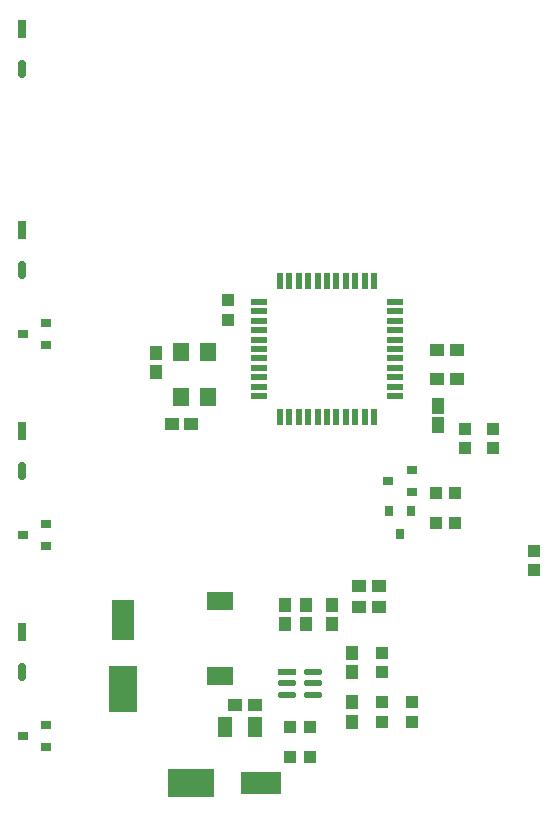
<source format=gbr>
%TF.GenerationSoftware,Altium Limited,Altium Designer,25.3.3 (18)*%
G04 Layer_Color=8421504*
%FSLAX45Y45*%
%MOMM*%
%TF.SameCoordinates,ACD2DE35-000D-4175-8758-006393140AE5*%
%TF.FilePolarity,Positive*%
%TF.FileFunction,Paste,Top*%
%TF.Part,Single*%
G01*
G75*
%TA.AperFunction,SMDPad,CuDef*%
%ADD10R,3.90000X2.40000*%
%ADD11R,3.35000X1.85000*%
%ADD12R,1.15443X1.70620*%
%ADD13R,1.85000X3.35000*%
%ADD14R,2.40000X3.90000*%
%ADD15R,1.01213X1.15814*%
%ADD16R,1.05822X1.30606*%
%ADD17R,1.15814X1.01213*%
G04:AMPARAMS|DCode=18|XSize=1.55439mm|YSize=0.57213mm|CornerRadius=0.28606mm|HoleSize=0mm|Usage=FLASHONLY|Rotation=0.000|XOffset=0mm|YOffset=0mm|HoleType=Round|Shape=RoundedRectangle|*
%AMROUNDEDRECTD18*
21,1,1.55439,0.00000,0,0,0.0*
21,1,0.98226,0.57213,0,0,0.0*
1,1,0.57213,0.49113,0.00000*
1,1,0.57213,-0.49113,0.00000*
1,1,0.57213,-0.49113,0.00000*
1,1,0.57213,0.49113,0.00000*
%
%ADD18ROUNDEDRECTD18*%
%ADD19R,1.55439X0.57213*%
%ADD20R,0.50800X1.47320*%
%ADD21R,1.47320X0.50800*%
%ADD22R,0.90000X0.80000*%
%ADD23R,1.06213X1.13504*%
%ADD24R,1.13504X1.06213*%
%ADD25R,0.80000X0.90000*%
G04:AMPARAMS|DCode=26|XSize=1.55748mm|YSize=0.74248mm|CornerRadius=0.37124mm|HoleSize=0mm|Usage=FLASHONLY|Rotation=270.000|XOffset=0mm|YOffset=0mm|HoleType=Round|Shape=RoundedRectangle|*
%AMROUNDEDRECTD26*
21,1,1.55748,0.00000,0,0,270.0*
21,1,0.81501,0.74248,0,0,270.0*
1,1,0.74247,0.00000,-0.40750*
1,1,0.74247,0.00000,0.40750*
1,1,0.74247,0.00000,0.40750*
1,1,0.74247,0.00000,-0.40750*
%
%ADD26ROUNDEDRECTD26*%
%ADD27R,0.74248X1.55748*%
%ADD28R,1.40000X1.60000*%
%ADD29R,1.10620X1.35523*%
%ADD30R,2.20000X1.60000*%
D10*
X12555000Y4120000D02*
D03*
D11*
X13145000D02*
D03*
D12*
X12842410Y4600000D02*
D03*
X13097588D02*
D03*
D13*
X11980000Y5505000D02*
D03*
D14*
Y4915000D02*
D03*
D15*
X13530000Y5632697D02*
D03*
Y5467303D02*
D03*
X13350000Y5632697D02*
D03*
Y5467303D02*
D03*
X13919200Y5060803D02*
D03*
Y5226197D02*
D03*
X12255500Y7766197D02*
D03*
Y7600803D02*
D03*
X13919200Y4641703D02*
D03*
Y4807097D02*
D03*
D16*
X13750000Y5472392D02*
D03*
Y5627608D02*
D03*
D17*
X13977718Y5792212D02*
D03*
X14143115D02*
D03*
X14142699Y5610000D02*
D03*
X13977301D02*
D03*
X14801997Y7543800D02*
D03*
X14636603D02*
D03*
X14801997Y7785100D02*
D03*
X14636603D02*
D03*
X12554097Y7162800D02*
D03*
X12388703D02*
D03*
X13092697Y4780000D02*
D03*
X12927303D02*
D03*
D18*
X13584727Y5060701D02*
D03*
Y4965700D02*
D03*
Y4870699D02*
D03*
X13364671D02*
D03*
Y4965700D02*
D03*
D19*
Y5060701D02*
D03*
D20*
X13863319Y8371840D02*
D03*
X13942059D02*
D03*
X13304520D02*
D03*
X13383260D02*
D03*
X13464540D02*
D03*
X13543280D02*
D03*
X13624561D02*
D03*
X13703300D02*
D03*
X13782040D02*
D03*
X14023340D02*
D03*
X14102080D02*
D03*
Y7223760D02*
D03*
X14023340D02*
D03*
X13942059D02*
D03*
X13863319D02*
D03*
X13782040D02*
D03*
X13703300D02*
D03*
X13624561D02*
D03*
X13543280D02*
D03*
X13464540D02*
D03*
X13383260D02*
D03*
X13304520D02*
D03*
D21*
X13129260Y7399020D02*
D03*
X14277341Y8196580D02*
D03*
Y8117840D02*
D03*
Y8036560D02*
D03*
Y7957820D02*
D03*
Y7876540D02*
D03*
Y7797800D02*
D03*
Y7719060D02*
D03*
Y7637780D02*
D03*
Y7559040D02*
D03*
Y7477760D02*
D03*
Y7399020D02*
D03*
X13129260Y7477760D02*
D03*
Y7559040D02*
D03*
Y7637780D02*
D03*
Y7719060D02*
D03*
Y7797800D02*
D03*
Y7876540D02*
D03*
Y7957820D02*
D03*
Y8036560D02*
D03*
Y8117840D02*
D03*
Y8196580D02*
D03*
D22*
X11326800Y7829799D02*
D03*
Y8019801D02*
D03*
X11126800Y7924800D02*
D03*
Y4521200D02*
D03*
X11326800Y4616201D02*
D03*
Y4426199D02*
D03*
X11126800Y6223000D02*
D03*
X11326800Y6318001D02*
D03*
Y6127999D02*
D03*
X14420000Y6584999D02*
D03*
Y6775001D02*
D03*
X14220000Y6680000D02*
D03*
D23*
X15110001Y6958461D02*
D03*
Y7121539D02*
D03*
X14870000Y6960000D02*
D03*
Y7123079D02*
D03*
X15460001Y5928461D02*
D03*
Y6091539D02*
D03*
X14173199Y4805939D02*
D03*
Y4642861D02*
D03*
Y5061961D02*
D03*
Y5225039D02*
D03*
X12865100Y8209539D02*
D03*
Y8046461D02*
D03*
X14427200Y4805939D02*
D03*
Y4642861D02*
D03*
D24*
X14625061Y6324600D02*
D03*
X14788139D02*
D03*
X14625061Y6578600D02*
D03*
X14788139D02*
D03*
X13393161Y4597400D02*
D03*
X13556239D02*
D03*
Y4343400D02*
D03*
X13393161D02*
D03*
D25*
X14320000Y6230000D02*
D03*
X14225000Y6430000D02*
D03*
X14414999D02*
D03*
D26*
X11125200Y5062362D02*
D03*
Y6764162D02*
D03*
Y8465962D02*
D03*
Y10167762D02*
D03*
D27*
Y5402438D02*
D03*
Y7104238D02*
D03*
Y8806038D02*
D03*
Y10507838D02*
D03*
D28*
X12470699Y7391898D02*
D03*
Y7771902D02*
D03*
X12700701D02*
D03*
Y7391898D02*
D03*
D29*
X14643100Y7311146D02*
D03*
Y7156054D02*
D03*
D30*
X12801601Y5666699D02*
D03*
Y5026701D02*
D03*
%TF.MD5,406e52b7a5ca454b866720b03619fcba*%
M02*

</source>
